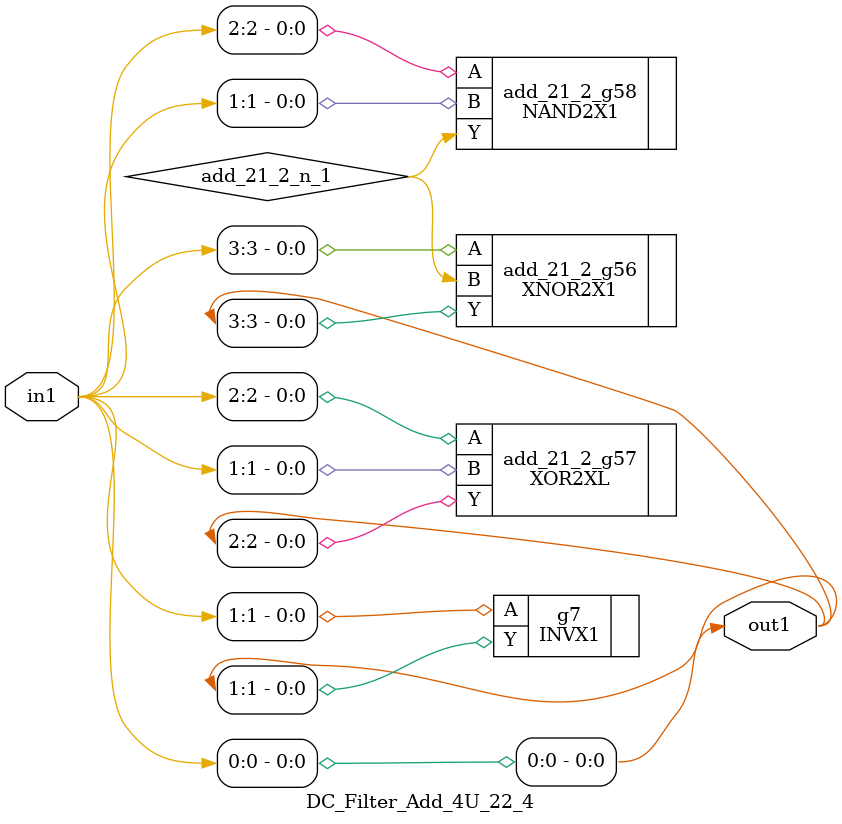
<source format=v>
`timescale 1ps / 1ps


module DC_Filter_Add_4U_22_4(in1, out1);
  input [3:0] in1;
  output [3:0] out1;
  wire [3:0] in1;
  wire [3:0] out1;
  wire add_21_2_n_1;
  assign out1[0] = in1[0];
  INVX1 g7(.A (in1[1]), .Y (out1[1]));
  XNOR2X1 add_21_2_g56(.A (in1[3]), .B (add_21_2_n_1), .Y (out1[3]));
  XOR2XL add_21_2_g57(.A (in1[2]), .B (in1[1]), .Y (out1[2]));
  NAND2X1 add_21_2_g58(.A (in1[2]), .B (in1[1]), .Y (add_21_2_n_1));
endmodule



</source>
